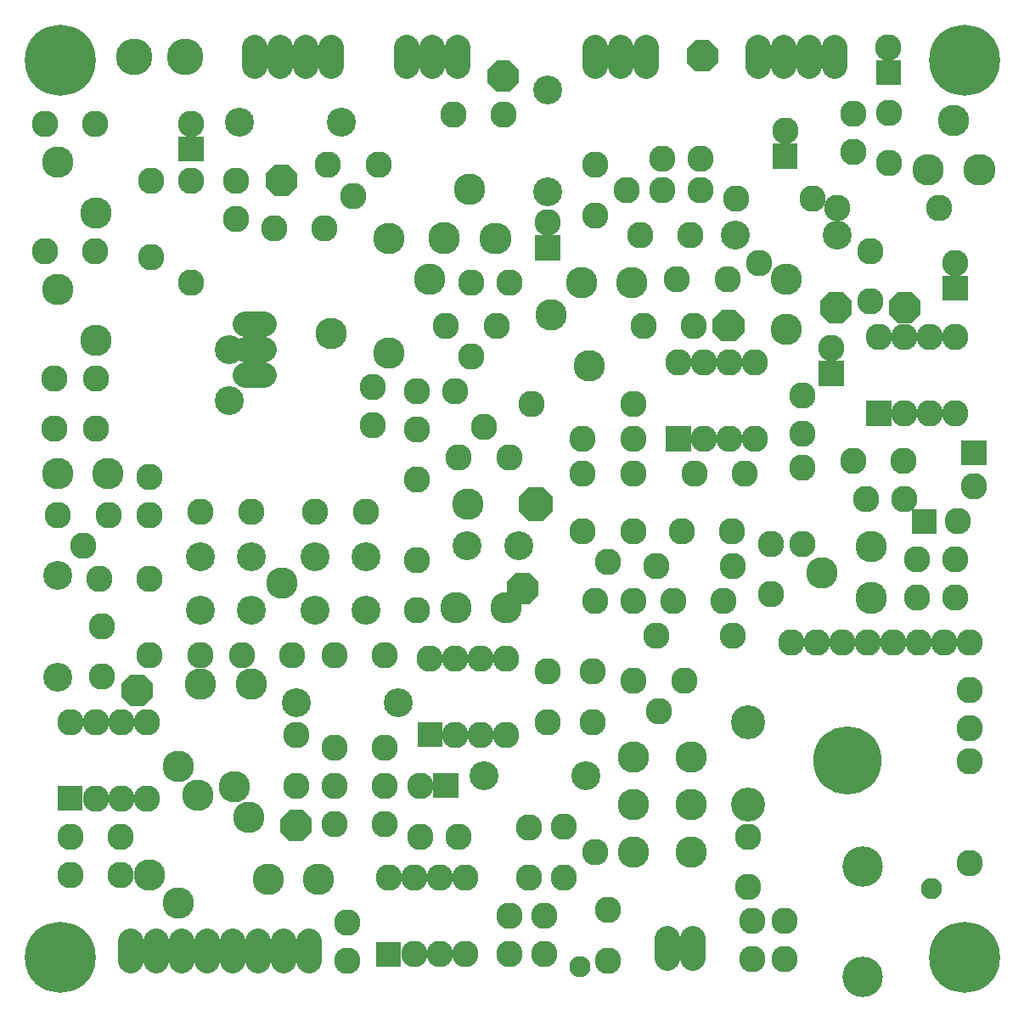
<source format=gbr>
%FSLAX34Y34*%
%MOMM*%
%LNSOLDERMASK_BOTTOM*%
G71*
G01*
%ADD10C, 2.632*%
%ADD11C, 3.140*%
%ADD12C, 2.886*%
%ADD13C, 2.632*%
%ADD14C, 3.140*%
%ADD15C, 2.505*%
%ADD16C, 2.886*%
%ADD17C, 7.077*%
%ADD18C, 7.077*%
%ADD19C, 6.800*%
%ADD20C, 3.394*%
%ADD21C, 4.029*%
%ADD22C, 2.632*%
%ADD23C, 2.124*%
%ADD24C, 3.648*%
%ADD25C, 2.886*%
%LPD*%
X35721Y-114302D02*
G54D10*
D03*
X85720Y-114300D02*
G54D10*
D03*
X48419Y-152400D02*
G54D11*
D03*
X86519Y-203200D02*
G54D11*
D03*
X35721Y-241302D02*
G54D10*
D03*
X85720Y-241300D02*
G54D10*
D03*
X48419Y-279400D02*
G54D11*
D03*
X86519Y-330200D02*
G54D11*
D03*
X45244Y-368300D02*
G54D10*
D03*
X45245Y-418303D02*
G54D10*
D03*
X219869Y-339725D02*
G54D12*
D03*
X219874Y-390530D02*
G54D12*
D03*
X245269Y-365125D02*
G54D13*
D03*
X181769Y-171450D02*
G54D10*
D03*
X181769Y-273050D02*
G54D10*
D03*
X264321Y-219077D02*
G54D10*
D03*
X314320Y-219076D02*
G54D10*
D03*
X318294Y-155575D02*
G54D13*
D03*
X343698Y-186527D02*
G54D13*
D03*
X369096Y-155575D02*
G54D13*
D03*
X484981Y-228600D02*
G54D14*
D03*
X434181Y-228600D02*
G54D14*
D03*
X433775Y-228492D02*
G54D14*
D03*
X485290Y-228662D02*
G54D14*
D03*
X459049Y-179567D02*
G54D14*
D03*
X435769Y-315912D02*
G54D10*
D03*
X461171Y-346862D02*
G54D10*
D03*
X486571Y-315912D02*
G54D10*
D03*
X584994Y-206375D02*
G54D13*
D03*
X615944Y-180973D02*
G54D13*
D03*
X584994Y-155573D02*
G54D13*
D03*
G36*
X855044Y-415750D02*
X855044Y-390700D01*
X880094Y-390700D01*
X880094Y-415750D01*
X855044Y-415750D01*
G37*
X892968Y-403226D02*
G54D10*
D03*
X918368Y-403226D02*
G54D10*
D03*
X943776Y-403230D02*
G54D10*
D03*
X867568Y-327026D02*
G54D10*
D03*
X892968Y-327026D02*
G54D10*
D03*
X918368Y-327026D02*
G54D10*
D03*
X943768Y-327026D02*
G54D10*
D03*
G36*
X655019Y-441150D02*
X655019Y-416100D01*
X680069Y-416100D01*
X680069Y-441150D01*
X655019Y-441150D01*
G37*
X692943Y-428626D02*
G54D10*
D03*
X718347Y-428628D02*
G54D10*
D03*
X743743Y-428626D02*
G54D10*
D03*
X667543Y-352426D02*
G54D10*
D03*
X692943Y-352426D02*
G54D10*
D03*
X718343Y-352426D02*
G54D10*
D03*
X743743Y-352426D02*
G54D10*
D03*
G36*
X48594Y-799925D02*
X48594Y-774875D01*
X73644Y-774875D01*
X73644Y-799925D01*
X48594Y-799925D01*
G37*
X86518Y-787401D02*
G54D10*
D03*
X111921Y-787407D02*
G54D10*
D03*
X137318Y-787401D02*
G54D10*
D03*
X61118Y-711201D02*
G54D10*
D03*
X86518Y-711201D02*
G54D10*
D03*
X111918Y-711201D02*
G54D10*
D03*
X137318Y-711201D02*
G54D10*
D03*
X242094Y-600075D02*
G54D12*
D03*
X191013Y-600076D02*
G54D12*
D03*
X242094Y-546100D02*
G54D12*
D03*
X191013Y-546100D02*
G54D12*
D03*
X356394Y-600075D02*
G54D12*
D03*
X305313Y-600076D02*
G54D12*
D03*
X356394Y-546100D02*
G54D12*
D03*
X305313Y-546100D02*
G54D12*
D03*
G36*
X407369Y-736425D02*
X407369Y-711375D01*
X432419Y-711375D01*
X432419Y-736425D01*
X407369Y-736425D01*
G37*
X445293Y-723901D02*
G54D10*
D03*
X470696Y-723907D02*
G54D10*
D03*
X496093Y-723901D02*
G54D10*
D03*
X419893Y-647701D02*
G54D10*
D03*
X445293Y-647701D02*
G54D10*
D03*
X470693Y-647701D02*
G54D10*
D03*
X496093Y-647701D02*
G54D10*
D03*
G36*
X366094Y-955500D02*
X366094Y-930450D01*
X391144Y-930450D01*
X391144Y-955500D01*
X366094Y-955500D01*
G37*
X404019Y-942975D02*
G54D10*
D03*
X429419Y-942975D02*
G54D10*
D03*
X454821Y-942979D02*
G54D10*
D03*
X378619Y-866775D02*
G54D10*
D03*
X404019Y-866775D02*
G54D10*
D03*
X429419Y-866775D02*
G54D10*
D03*
X454819Y-866775D02*
G54D10*
D03*
X86519Y-368300D02*
G54D10*
D03*
X86518Y-418301D02*
G54D10*
D03*
G54D15*
X254797Y-314328D02*
X235747Y-314328D01*
G54D15*
X254794Y-339725D02*
X235744Y-339725D01*
G54D15*
X254794Y-365125D02*
X235744Y-365125D01*
X226219Y-209550D02*
G54D10*
D03*
X226219Y-171450D02*
G54D10*
D03*
X362746Y-376958D02*
G54D10*
D03*
X362745Y-415062D02*
G54D10*
D03*
X378619Y-228600D02*
G54D11*
D03*
X419894Y-269875D02*
G54D11*
D03*
X321471Y-323852D02*
G54D11*
D03*
X378619Y-342900D02*
G54D11*
D03*
G36*
X255762Y-164140D02*
X264946Y-154956D01*
X277978Y-154956D01*
X287162Y-164140D01*
X287162Y-177172D01*
X277978Y-186356D01*
X264946Y-186356D01*
X255762Y-177172D01*
X255762Y-164140D01*
G37*
X461169Y-273050D02*
G54D10*
D03*
X499269Y-273050D02*
G54D10*
D03*
X689769Y-149225D02*
G54D10*
D03*
X651669Y-149225D02*
G54D10*
D03*
X651669Y-180975D02*
G54D10*
D03*
X689769Y-180975D02*
G54D10*
D03*
X499269Y-447675D02*
G54D13*
D03*
X473867Y-416725D02*
G54D13*
D03*
X448467Y-447675D02*
G54D13*
D03*
X407196Y-419102D02*
G54D10*
D03*
X407193Y-469101D02*
G54D10*
D03*
X445294Y-381000D02*
G54D10*
D03*
X407196Y-381002D02*
G54D10*
D03*
X540547Y-304802D02*
G54D11*
D03*
X578644Y-355600D02*
G54D11*
D03*
X716756Y-269875D02*
G54D13*
D03*
X665675Y-269875D02*
G54D13*
D03*
X632623Y-315915D02*
G54D10*
D03*
X682620Y-315913D02*
G54D10*
D03*
X572294Y-428625D02*
G54D10*
D03*
X622294Y-428626D02*
G54D10*
D03*
X572294Y-463550D02*
G54D10*
D03*
X622298Y-463553D02*
G54D10*
D03*
X683419Y-463550D02*
G54D10*
D03*
X733424Y-463553D02*
G54D10*
D03*
X892969Y-488950D02*
G54D10*
D03*
X854869Y-488950D02*
G54D10*
D03*
X842169Y-450850D02*
G54D10*
D03*
X892170Y-450850D02*
G54D10*
D03*
X967581Y-160338D02*
G54D14*
D03*
X916781Y-160337D02*
G54D14*
D03*
X916381Y-160232D02*
G54D14*
D03*
X967890Y-160399D02*
G54D14*
D03*
X941649Y-111305D02*
G54D14*
D03*
X858838Y-241300D02*
G54D10*
D03*
X858837Y-291301D02*
G54D10*
D03*
X48419Y-504825D02*
G54D13*
D03*
X73821Y-535775D02*
G54D13*
D03*
X99223Y-504827D02*
G54D13*
D03*
X191294Y-501650D02*
G54D10*
D03*
X241297Y-501653D02*
G54D10*
D03*
X140494Y-466725D02*
G54D10*
D03*
X140494Y-504825D02*
G54D10*
D03*
X48419Y-565150D02*
G54D16*
D03*
X48419Y-666750D02*
G54D16*
D03*
X140495Y-568327D02*
G54D10*
D03*
X90493Y-568324D02*
G54D10*
D03*
X305594Y-501650D02*
G54D10*
D03*
X355597Y-501653D02*
G54D10*
D03*
X140494Y-644525D02*
G54D10*
D03*
X190494Y-644526D02*
G54D10*
D03*
X232572Y-644531D02*
G54D10*
D03*
X282570Y-644526D02*
G54D10*
D03*
X324644Y-644525D02*
G54D10*
D03*
X374644Y-644526D02*
G54D10*
D03*
X92870Y-615952D02*
G54D10*
D03*
X92868Y-665951D02*
G54D10*
D03*
X61119Y-825500D02*
G54D10*
D03*
X111120Y-825500D02*
G54D10*
D03*
X61119Y-863600D02*
G54D10*
D03*
X111122Y-863607D02*
G54D10*
D03*
X388144Y-692150D02*
G54D16*
D03*
X286544Y-692150D02*
G54D16*
D03*
X286544Y-774700D02*
G54D10*
D03*
X286544Y-724699D02*
G54D10*
D03*
X324645Y-736604D02*
G54D10*
D03*
X374644Y-736600D02*
G54D10*
D03*
X324644Y-774700D02*
G54D10*
D03*
X374647Y-774704D02*
G54D10*
D03*
X410369Y-825500D02*
G54D10*
D03*
X448469Y-825500D02*
G54D10*
D03*
X337344Y-949325D02*
G54D10*
D03*
X337344Y-911225D02*
G54D10*
D03*
X499269Y-942975D02*
G54D10*
D03*
X499269Y-904875D02*
G54D10*
D03*
X597694Y-898525D02*
G54D13*
D03*
X597700Y-949333D02*
G54D13*
D03*
X553244Y-866775D02*
G54D13*
D03*
X584194Y-841373D02*
G54D13*
D03*
X553244Y-815973D02*
G54D13*
D03*
X534194Y-904875D02*
G54D10*
D03*
X534194Y-942975D02*
G54D10*
D03*
X623094Y-841375D02*
G54D11*
D03*
X680244Y-841375D02*
G54D11*
D03*
X680244Y-793750D02*
G54D11*
D03*
X623094Y-793750D02*
G54D11*
D03*
X623094Y-746125D02*
G54D11*
D03*
X680246Y-746127D02*
G54D11*
D03*
X575469Y-765175D02*
G54D16*
D03*
X473873Y-765183D02*
G54D16*
D03*
X518323Y-866779D02*
G54D10*
D03*
X518319Y-816774D02*
G54D10*
D03*
X537369Y-711200D02*
G54D10*
D03*
X537369Y-661199D02*
G54D10*
D03*
X581819Y-711200D02*
G54D10*
D03*
X581819Y-661199D02*
G54D10*
D03*
X623094Y-669925D02*
G54D13*
D03*
X648496Y-700875D02*
G54D13*
D03*
X673896Y-669925D02*
G54D13*
D03*
X572294Y-520700D02*
G54D13*
D03*
X597696Y-551650D02*
G54D13*
D03*
X623096Y-520700D02*
G54D13*
D03*
X407194Y-600075D02*
G54D10*
D03*
X407197Y-550077D02*
G54D10*
D03*
X508002Y-535785D02*
G54D12*
D03*
X456919Y-535782D02*
G54D12*
D03*
X584994Y-590550D02*
G54D10*
D03*
X623094Y-590550D02*
G54D10*
D03*
X780294Y-631825D02*
G54D10*
D03*
X805694Y-631825D02*
G54D10*
D03*
X831094Y-631825D02*
G54D10*
D03*
X856494Y-631825D02*
G54D10*
D03*
X881894Y-631825D02*
G54D10*
D03*
X907294Y-631825D02*
G54D10*
D03*
X932694Y-631825D02*
G54D10*
D03*
X958094Y-631825D02*
G54D10*
D03*
X943769Y-253206D02*
G54D10*
D03*
G36*
X956294Y-266081D02*
X956294Y-291131D01*
X931244Y-291131D01*
X931244Y-266081D01*
X956294Y-266081D01*
G37*
X877098Y-38102D02*
G54D10*
D03*
G36*
X889620Y-76025D02*
X864570Y-76025D01*
X864570Y-50975D01*
X889620Y-50975D01*
X889620Y-76025D01*
G37*
X952500Y-946150D02*
G54D17*
D03*
X952500Y-50800D02*
G54D17*
D03*
X50800Y-50800D02*
G54D17*
D03*
X50800Y-946152D02*
G54D18*
D03*
X819944Y-338138D02*
G54D10*
D03*
G36*
X832469Y-376062D02*
X807419Y-376062D01*
X807419Y-351012D01*
X832469Y-351012D01*
X832469Y-376062D01*
G37*
G36*
X761381Y-159369D02*
X761381Y-134319D01*
X786431Y-134319D01*
X786431Y-159369D01*
X761381Y-159369D01*
G37*
X773912Y-121445D02*
G54D10*
D03*
X537373Y-212727D02*
G54D10*
D03*
G36*
X549893Y-250649D02*
X524843Y-250649D01*
X524843Y-225599D01*
X549893Y-225599D01*
X549893Y-250649D01*
G37*
X410372Y-774706D02*
G54D10*
D03*
G36*
X448295Y-762177D02*
X448295Y-787227D01*
X423245Y-787227D01*
X423245Y-762177D01*
X448295Y-762177D01*
G37*
G54D15*
X321469Y-57150D02*
X321469Y-38100D01*
G54D15*
X296071Y-57151D02*
X296071Y-38101D01*
G54D15*
X270668Y-57150D02*
X270668Y-38100D01*
G54D15*
X245269Y-57150D02*
X245269Y-38100D01*
G54D15*
X823119Y-57150D02*
X823119Y-38100D01*
G54D15*
X797726Y-57152D02*
X797726Y-38102D01*
G54D15*
X772327Y-57153D02*
X772327Y-38103D01*
G54D15*
X746919Y-57150D02*
X746919Y-38100D01*
G54D15*
X635752Y-57301D02*
X635752Y-38251D01*
G54D15*
X610355Y-57301D02*
X610355Y-38251D01*
G54D15*
X584952Y-57302D02*
X584952Y-38252D01*
G54D15*
X121444Y-930285D02*
X121444Y-949335D01*
G54D15*
X146844Y-930275D02*
X146844Y-949325D01*
G54D15*
X172244Y-930275D02*
X172244Y-949325D01*
G54D15*
X197644Y-930275D02*
X197644Y-949325D01*
G54D15*
X223044Y-930275D02*
X223044Y-949325D01*
G54D15*
X248444Y-930275D02*
X248444Y-949325D01*
G54D15*
X273844Y-930275D02*
X273844Y-949325D01*
G54D15*
X299244Y-930275D02*
X299244Y-949325D01*
X859631Y-536575D02*
G54D14*
D03*
X859631Y-587375D02*
G54D14*
D03*
X859528Y-587785D02*
G54D14*
D03*
X859693Y-536266D02*
G54D14*
D03*
X810598Y-562508D02*
G54D14*
D03*
X670719Y-520700D02*
G54D10*
D03*
X720720Y-520700D02*
G54D10*
D03*
X662781Y-590550D02*
G54D10*
D03*
X712782Y-590550D02*
G54D10*
D03*
X759625Y-533403D02*
G54D10*
D03*
X759618Y-583401D02*
G54D10*
D03*
X773112Y-909638D02*
G54D13*
D03*
X773117Y-947742D02*
G54D13*
D03*
X962025Y-476250D02*
G54D10*
D03*
G36*
X949500Y-430388D02*
X974550Y-430388D01*
X974550Y-455438D01*
X949500Y-455438D01*
X949500Y-430388D01*
G37*
X946150Y-511175D02*
G54D10*
D03*
G36*
X900288Y-523700D02*
X900288Y-498650D01*
X925338Y-498650D01*
X925338Y-523700D01*
X900288Y-523700D01*
G37*
X741362Y-909638D02*
G54D10*
D03*
X741365Y-947740D02*
G54D10*
D03*
X140495Y-863602D02*
G54D11*
D03*
X169069Y-892175D02*
G54D11*
D03*
X188119Y-784225D02*
G54D11*
D03*
X238921Y-806454D02*
G54D11*
D03*
X169069Y-755650D02*
G54D11*
D03*
X224631Y-776288D02*
G54D11*
D03*
X191294Y-673100D02*
G54D11*
D03*
X242097Y-673106D02*
G54D11*
D03*
X324644Y-812800D02*
G54D10*
D03*
X374644Y-812800D02*
G54D10*
D03*
X835819Y-749300D02*
G54D19*
D03*
X737394Y-793750D02*
G54D20*
D03*
X737400Y-711206D02*
G54D20*
D03*
X851702Y-965208D02*
G54D21*
D03*
X851696Y-855665D02*
G54D21*
D03*
X645319Y-625475D02*
G54D13*
D03*
X721519Y-625475D02*
G54D13*
D03*
X943769Y-587375D02*
G54D22*
D03*
X905669Y-587375D02*
G54D22*
D03*
X181771Y-114302D02*
G54D10*
D03*
G36*
X194292Y-152224D02*
X169242Y-152224D01*
X169242Y-127174D01*
X194292Y-127174D01*
X194292Y-152224D01*
G37*
X521494Y-393700D02*
G54D10*
D03*
X623094Y-393700D02*
G54D10*
D03*
X645319Y-555625D02*
G54D13*
D03*
X721519Y-555625D02*
G54D13*
D03*
X943769Y-549275D02*
G54D22*
D03*
X905669Y-549275D02*
G54D22*
D03*
X791369Y-533400D02*
G54D10*
D03*
X791369Y-457200D02*
G54D10*
D03*
X569118Y-955676D02*
G54D23*
D03*
G54D15*
X447632Y-57302D02*
X447632Y-38252D01*
G54D15*
X422234Y-57302D02*
X422234Y-38252D01*
G54D15*
X396832Y-57302D02*
X396832Y-38252D01*
G36*
X675656Y-40315D02*
X684840Y-31131D01*
X697872Y-31131D01*
X707056Y-40315D01*
X707056Y-53347D01*
X697872Y-62531D01*
X684840Y-62531D01*
X675656Y-53347D01*
X675656Y-40315D01*
G37*
X724787Y-188819D02*
G54D13*
D03*
X800987Y-188819D02*
G54D13*
D03*
X272259Y-573091D02*
G54D11*
D03*
X457206Y-493718D02*
G54D11*
D03*
G36*
X270844Y-807872D02*
X280028Y-798688D01*
X293060Y-798688D01*
X302244Y-807872D01*
X302244Y-820904D01*
X293060Y-830088D01*
X280028Y-830088D01*
X270844Y-820904D01*
X270844Y-807872D01*
G37*
X791369Y-385762D02*
G54D10*
D03*
X791369Y-423862D02*
G54D10*
D03*
X826298Y-225427D02*
G54D16*
D03*
X724694Y-225425D02*
G54D16*
D03*
X629448Y-225427D02*
G54D10*
D03*
X679445Y-225426D02*
G54D10*
D03*
X737394Y-875506D02*
G54D10*
D03*
X737394Y-825506D02*
G54D10*
D03*
X919956Y-877888D02*
G54D23*
D03*
X958056Y-750888D02*
G54D10*
D03*
X958056Y-852488D02*
G54D10*
D03*
X747720Y-253208D02*
G54D10*
D03*
X124619Y-47625D02*
G54D24*
D03*
X175421Y-47627D02*
G54D24*
D03*
G36*
X112094Y-672934D02*
X121278Y-663750D01*
X134310Y-663750D01*
X143494Y-672934D01*
X143494Y-685966D01*
X134310Y-695150D01*
X121278Y-695150D01*
X112094Y-685966D01*
X112094Y-672934D01*
G37*
X826294Y-198438D02*
G54D10*
D03*
X927894Y-198438D02*
G54D10*
D03*
X775494Y-269875D02*
G54D14*
D03*
X775494Y-319881D02*
G54D14*
D03*
X98836Y-463139D02*
G54D14*
D03*
X48830Y-463139D02*
G54D14*
D03*
X495711Y-597283D02*
G54D14*
D03*
X445704Y-597283D02*
G54D14*
D03*
X308389Y-867958D02*
G54D14*
D03*
X258380Y-867952D02*
G54D14*
D03*
X571122Y-272669D02*
G54D14*
D03*
X621124Y-272668D02*
G54D14*
D03*
X958056Y-717550D02*
G54D13*
D03*
X958056Y-679450D02*
G54D13*
D03*
X442915Y-105571D02*
G54D10*
D03*
X492913Y-105569D02*
G54D10*
D03*
G36*
X877272Y-291141D02*
X886456Y-281957D01*
X899488Y-281957D01*
X908672Y-291141D01*
X908672Y-304173D01*
X899488Y-313357D01*
X886456Y-313357D01*
X877272Y-304173D01*
X877272Y-291141D01*
G37*
G36*
X809012Y-291142D02*
X818196Y-281958D01*
X831228Y-281958D01*
X840412Y-291142D01*
X840412Y-304174D01*
X831228Y-313358D01*
X818196Y-313358D01*
X809012Y-304174D01*
X809012Y-291142D01*
G37*
G36*
X508492Y-486670D02*
X518420Y-476742D01*
X532506Y-476742D01*
X542432Y-486670D01*
X542432Y-500756D01*
X532506Y-510682D01*
X518420Y-510682D01*
X508492Y-500756D01*
X508492Y-486670D01*
G37*
G36*
X477219Y-60159D02*
X486403Y-50975D01*
X499435Y-50975D01*
X508619Y-60159D01*
X508619Y-73191D01*
X499435Y-82375D01*
X486403Y-82375D01*
X477219Y-73191D01*
X477219Y-60159D01*
G37*
X877888Y-103981D02*
G54D10*
D03*
X877887Y-153982D02*
G54D10*
D03*
X842172Y-142875D02*
G54D10*
D03*
X842169Y-104775D02*
G54D10*
D03*
G36*
X496269Y-571334D02*
X505453Y-562150D01*
X518485Y-562150D01*
X527669Y-571334D01*
X527669Y-584366D01*
X518485Y-593550D01*
X505453Y-593550D01*
X496269Y-584366D01*
X496269Y-571334D01*
G37*
X141477Y-171452D02*
G54D13*
D03*
X141476Y-247652D02*
G54D13*
D03*
X331836Y-113266D02*
G54D25*
D03*
X230236Y-113266D02*
G54D25*
D03*
X537116Y-182022D02*
G54D25*
D03*
X537116Y-80422D02*
G54D25*
D03*
G54D15*
X656431Y-927894D02*
X656431Y-946944D01*
G54D15*
X681831Y-927894D02*
X681831Y-946944D01*
G36*
X701850Y-309396D02*
X711034Y-300212D01*
X724066Y-300212D01*
X733250Y-309396D01*
X733250Y-322428D01*
X724066Y-331612D01*
X711034Y-331612D01*
X701850Y-322428D01*
X701850Y-309396D01*
G37*
M02*

</source>
